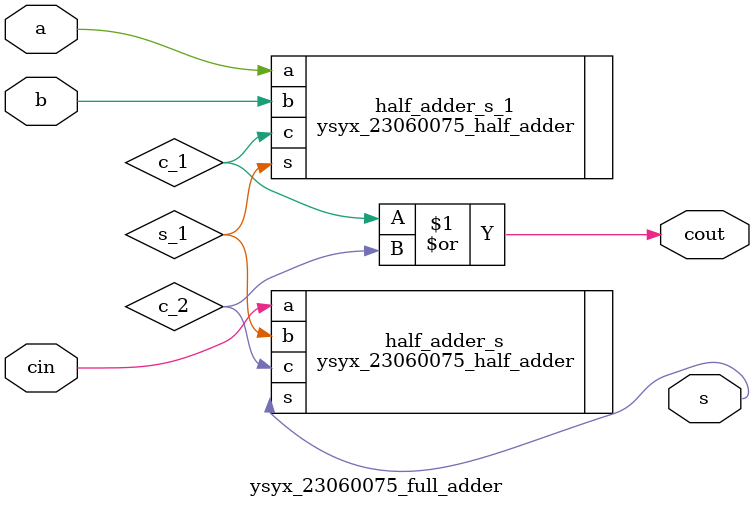
<source format=v>
module ysyx_23060075_full_adder (
    input  wire a,
    input  wire b,
    input  wire cin,
    output wire s,
    output wire cout
);

    wire s_1, c_1, c_2;

    ysyx_23060075_half_adder half_adder_s_1 (
        .a(a),
        .b(b),
        .s(s_1),
        .c(c_1)
    );
    ysyx_23060075_half_adder half_adder_s (
        .a(cin),
        .b(s_1),
        .s(s),
        .c(c_2)
    );
    assign cout = c_1 | c_2;

endmodule

</source>
